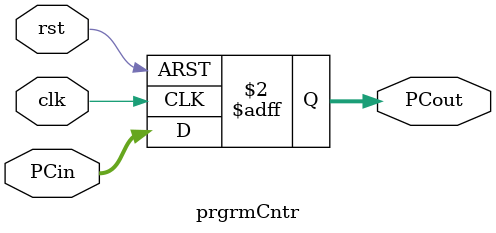
<source format=v>
`timescale 1ns / 1ps
module prgrmCntr(
	input clk,
	input rst,
	input [31:0] PCin,
	output reg [31:0] PCout
    );
	
	always @ (posedge clk or posedge rst)
		begin
			if(rst)
				begin
					PCout <= 32'd0;
				end
			else
				begin
					PCout <= PCin;
				end
		end

endmodule

</source>
